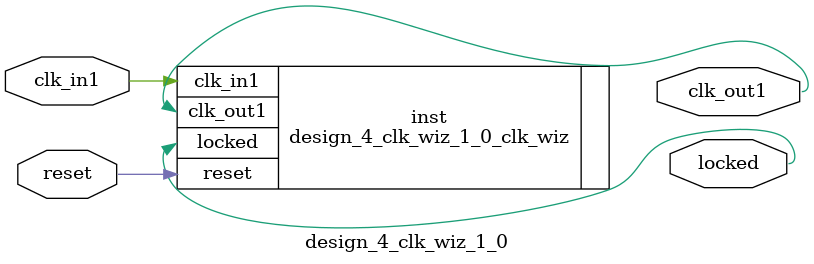
<source format=v>


`timescale 1ps/1ps

(* CORE_GENERATION_INFO = "design_4_clk_wiz_1_0,clk_wiz_v6_0_12_0_0,{component_name=design_4_clk_wiz_1_0,use_phase_alignment=true,use_min_o_jitter=false,use_max_i_jitter=false,use_dyn_phase_shift=false,use_inclk_switchover=false,use_dyn_reconfig=false,enable_axi=0,feedback_source=FDBK_AUTO,PRIMITIVE=MMCM,num_out_clk=1,clkin1_period=10.000,clkin2_period=10.000,use_power_down=false,use_reset=true,use_locked=true,use_inclk_stopped=false,feedback_type=SINGLE,CLOCK_MGR_TYPE=NA,manual_override=false}" *)

module design_4_clk_wiz_1_0 
 (
  // Clock out ports
  output        clk_out1,
  // Status and control signals
  input         reset,
  output        locked,
 // Clock in ports
  input         clk_in1
 );

  design_4_clk_wiz_1_0_clk_wiz inst
  (
  // Clock out ports  
  .clk_out1(clk_out1),
  // Status and control signals               
  .reset(reset), 
  .locked(locked),
 // Clock in ports
  .clk_in1(clk_in1)
  );

endmodule

</source>
